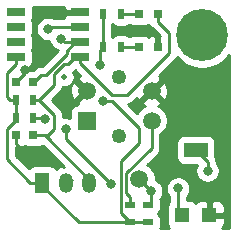
<source format=gbr>
G04 #@! TF.GenerationSoftware,KiCad,Pcbnew,(5.1.2)-1*
G04 #@! TF.CreationDate,2020-06-07T15:31:51+02:00*
G04 #@! TF.ProjectId,ir-detector,69722d64-6574-4656-9374-6f722e6b6963,rev?*
G04 #@! TF.SameCoordinates,Original*
G04 #@! TF.FileFunction,Copper,L1,Top*
G04 #@! TF.FilePolarity,Positive*
%FSLAX46Y46*%
G04 Gerber Fmt 4.6, Leading zero omitted, Abs format (unit mm)*
G04 Created by KiCad (PCBNEW (5.1.2)-1) date 2020-06-07 15:31:51*
%MOMM*%
%LPD*%
G04 APERTURE LIST*
%ADD10R,0.900000X0.500000*%
%ADD11C,4.400000*%
%ADD12C,0.700000*%
%ADD13C,1.500000*%
%ADD14R,1.200000X1.700000*%
%ADD15O,1.200000X1.700000*%
%ADD16R,1.300000X1.300000*%
%ADD17R,2.000000X1.300000*%
%ADD18R,0.500000X0.900000*%
%ADD19C,1.250000*%
%ADD20C,0.500000*%
%ADD21R,1.500000X1.500000*%
%ADD22R,1.525000X0.650000*%
%ADD23R,0.800000X0.800000*%
%ADD24R,0.800000X0.750000*%
%ADD25C,0.800000*%
%ADD26C,0.250000*%
%ADD27C,0.254000*%
G04 APERTURE END LIST*
D10*
X77436000Y-62878000D03*
X77436000Y-64378000D03*
X75936000Y-62878000D03*
X75936000Y-64378000D03*
D11*
X82042000Y-48514000D03*
D12*
X83692000Y-48514000D03*
X83208726Y-49680726D03*
X82042000Y-50164000D03*
X80875274Y-49680726D03*
X80392000Y-48514000D03*
X80875274Y-47347274D03*
X82042000Y-46864000D03*
X83208726Y-47347274D03*
D13*
X76708000Y-60706000D03*
D14*
X68500000Y-61000000D03*
D15*
X70500000Y-61000000D03*
X72500000Y-61000000D03*
D16*
X80350000Y-63750000D03*
D17*
X81500000Y-58250000D03*
D16*
X82650000Y-63750000D03*
D18*
X73672000Y-49530000D03*
X75172000Y-49530000D03*
X73672000Y-46736000D03*
X75172000Y-46736000D03*
X66250000Y-54000000D03*
X67750000Y-54000000D03*
X66250000Y-55500000D03*
X67750000Y-55500000D03*
D19*
X75000000Y-57040000D03*
X75000000Y-52050000D03*
D20*
X70350000Y-52050000D03*
D13*
X77750000Y-55770000D03*
X77750000Y-53230000D03*
X72250000Y-53230000D03*
D21*
X72250000Y-55770000D03*
D22*
X66288000Y-50405000D03*
X66288000Y-49135000D03*
X66288000Y-47865000D03*
X66288000Y-46595000D03*
X71712000Y-46595000D03*
X71712000Y-47865000D03*
X71712000Y-49135000D03*
X71712000Y-50405000D03*
D23*
X76670000Y-49530000D03*
X78270000Y-49530000D03*
X76670000Y-46736000D03*
X78270000Y-46736000D03*
D24*
X66250000Y-52500000D03*
X67750000Y-52500000D03*
X66250000Y-57000000D03*
X67750000Y-57000000D03*
D25*
X67000000Y-58500000D03*
X67000000Y-51500000D03*
X75946000Y-48006000D03*
X82500000Y-60000000D03*
X70093888Y-48814184D03*
X73660000Y-54102000D03*
X73406000Y-51054000D03*
X80000000Y-61500000D03*
X68775000Y-55637653D03*
X70500020Y-56500000D03*
X69000000Y-48000000D03*
X77724000Y-61722000D03*
X74294509Y-61103884D03*
D26*
X66250000Y-57750000D02*
X67000000Y-58500000D01*
X66250000Y-57000000D02*
X66250000Y-57750000D01*
X70750000Y-60750000D02*
X71000000Y-60750000D01*
X70500000Y-60750000D02*
X70500000Y-61000000D01*
X67000000Y-51500000D02*
X67000000Y-51750000D01*
X67000000Y-51750000D02*
X66250000Y-52500000D01*
X82500000Y-60000000D02*
X82500000Y-59250000D01*
X82500000Y-59250000D02*
X81500000Y-58250000D01*
X70414704Y-49135000D02*
X70093888Y-48814184D01*
X68400000Y-51875000D02*
X67775000Y-52500000D01*
X67775000Y-52500000D02*
X67750000Y-52500000D01*
X68832002Y-51875000D02*
X68400000Y-51875000D01*
X70575001Y-50132001D02*
X68832002Y-51875000D01*
X71712000Y-49135000D02*
X71274500Y-49135000D01*
X70575001Y-49834499D02*
X70575001Y-50132001D01*
X71274500Y-49135000D02*
X70575001Y-49834499D01*
X71712000Y-49135000D02*
X70414704Y-49135000D01*
X75172000Y-46736000D02*
X76670000Y-46736000D01*
X75172000Y-49530000D02*
X76670000Y-49530000D01*
X65524999Y-59024999D02*
X67500000Y-61000000D01*
X67500000Y-61000000D02*
X68500000Y-61000000D01*
X66250000Y-55700000D02*
X65524999Y-56425001D01*
X66250000Y-55500000D02*
X66250000Y-55700000D01*
X65524999Y-56425001D02*
X65524999Y-59024999D01*
X66250000Y-55500000D02*
X66250000Y-54000000D01*
X66250000Y-54000000D02*
X65750000Y-54000000D01*
X65750000Y-54000000D02*
X65524999Y-53774999D01*
X65524999Y-53774999D02*
X65524999Y-51743001D01*
X65524999Y-51743001D02*
X66288000Y-50980000D01*
X66288000Y-50980000D02*
X66288000Y-50405000D01*
X68500000Y-61250000D02*
X68500000Y-61000000D01*
X75936000Y-64378000D02*
X71628000Y-64378000D01*
X71628000Y-64378000D02*
X68500000Y-61250000D01*
X75936000Y-64378000D02*
X77436000Y-64378000D01*
X73672000Y-46736000D02*
X73672000Y-49530000D01*
X73406000Y-49796000D02*
X73672000Y-49530000D01*
X73406000Y-51054000D02*
X73406000Y-49796000D01*
X74422000Y-54102000D02*
X73660000Y-54102000D01*
X75936000Y-64353000D02*
X75182988Y-63599988D01*
X75936000Y-64378000D02*
X75936000Y-64353000D01*
X75182988Y-63599988D02*
X75182988Y-59183012D01*
X75182988Y-59183012D02*
X76674999Y-57691001D01*
X76674999Y-57691001D02*
X76674999Y-56354999D01*
X76674999Y-56354999D02*
X74422000Y-54102000D01*
X75936000Y-62228000D02*
X75936000Y-62878000D01*
X75632999Y-61924999D02*
X75936000Y-62228000D01*
X77750000Y-58072998D02*
X75632999Y-60189999D01*
X75632999Y-60189999D02*
X75632999Y-61924999D01*
X77750000Y-55770000D02*
X77750000Y-58072998D01*
X80000000Y-61500000D02*
X80000000Y-63400000D01*
X80000000Y-63400000D02*
X80350000Y-63750000D01*
X68637347Y-55500000D02*
X68775000Y-55637653D01*
X67750000Y-55500000D02*
X68637347Y-55500000D01*
X78250000Y-47000000D02*
X78250000Y-46800000D01*
X69500000Y-55250000D02*
X69500000Y-56500000D01*
X68250000Y-54000000D02*
X69500000Y-55250000D01*
X69500000Y-56500000D02*
X69000000Y-57000000D01*
X69000000Y-57000000D02*
X67750000Y-57000000D01*
X67750000Y-57000000D02*
X68750000Y-57000000D01*
X68750000Y-57000000D02*
X72500000Y-60750000D01*
X72500000Y-60750000D02*
X72500000Y-61000000D01*
X67750000Y-54000000D02*
X68250000Y-54000000D01*
X71712000Y-50405000D02*
X72149500Y-50405000D01*
X70363413Y-50980000D02*
X70699500Y-50980000D01*
X68250000Y-54000000D02*
X69500000Y-52750000D01*
X69500000Y-52750000D02*
X69500000Y-51843413D01*
X69500000Y-51843413D02*
X70363413Y-50980000D01*
X71274500Y-50405000D02*
X71712000Y-50405000D01*
X70699500Y-50980000D02*
X71274500Y-50405000D01*
X78270000Y-47386000D02*
X78270000Y-46736000D01*
X79248000Y-48364000D02*
X78270000Y-47386000D01*
X71712000Y-50884000D02*
X72615498Y-51787498D01*
X71712000Y-50405000D02*
X71712000Y-50884000D01*
X72615498Y-51787498D02*
X72586996Y-51816000D01*
X75692000Y-53594000D02*
X79248000Y-50038000D01*
X72586996Y-51816000D02*
X72644000Y-51816000D01*
X72644000Y-51816000D02*
X74422000Y-53594000D01*
X79248000Y-50038000D02*
X79248000Y-48364000D01*
X74422000Y-53594000D02*
X75692000Y-53594000D01*
X69135000Y-47865000D02*
X69000000Y-48000000D01*
X71712000Y-47865000D02*
X69135000Y-47865000D01*
X77724000Y-62590000D02*
X77436000Y-62878000D01*
X77724000Y-61722000D02*
X77724000Y-62590000D01*
X77724000Y-61722000D02*
X76708000Y-60706000D01*
X73894510Y-60703885D02*
X74294509Y-61103884D01*
X70500020Y-56500000D02*
X70500020Y-57309395D01*
X70500020Y-57309395D02*
X73894510Y-60703885D01*
D27*
G36*
X84340001Y-64840000D02*
G01*
X83760364Y-64840000D01*
X83830537Y-64754494D01*
X83889502Y-64644180D01*
X83925812Y-64524482D01*
X83938072Y-64400000D01*
X83935000Y-64035750D01*
X83776250Y-63877000D01*
X82777000Y-63877000D01*
X82777000Y-63897000D01*
X82523000Y-63897000D01*
X82523000Y-63877000D01*
X82503000Y-63877000D01*
X82503000Y-63623000D01*
X82523000Y-63623000D01*
X82523000Y-62623750D01*
X82777000Y-62623750D01*
X82777000Y-63623000D01*
X83776250Y-63623000D01*
X83935000Y-63464250D01*
X83938072Y-63100000D01*
X83925812Y-62975518D01*
X83889502Y-62855820D01*
X83830537Y-62745506D01*
X83751185Y-62648815D01*
X83654494Y-62569463D01*
X83544180Y-62510498D01*
X83424482Y-62474188D01*
X83300000Y-62461928D01*
X82935750Y-62465000D01*
X82777000Y-62623750D01*
X82523000Y-62623750D01*
X82364250Y-62465000D01*
X82000000Y-62461928D01*
X81875518Y-62474188D01*
X81755820Y-62510498D01*
X81645506Y-62569463D01*
X81548815Y-62648815D01*
X81500000Y-62708296D01*
X81451185Y-62648815D01*
X81354494Y-62569463D01*
X81244180Y-62510498D01*
X81124482Y-62474188D01*
X81000000Y-62461928D01*
X80760000Y-62461928D01*
X80760000Y-62203711D01*
X80803937Y-62159774D01*
X80917205Y-61990256D01*
X80995226Y-61801898D01*
X81035000Y-61601939D01*
X81035000Y-61398061D01*
X80995226Y-61198102D01*
X80917205Y-61009744D01*
X80803937Y-60840226D01*
X80659774Y-60696063D01*
X80490256Y-60582795D01*
X80301898Y-60504774D01*
X80101939Y-60465000D01*
X79898061Y-60465000D01*
X79698102Y-60504774D01*
X79509744Y-60582795D01*
X79340226Y-60696063D01*
X79196063Y-60840226D01*
X79082795Y-61009744D01*
X79004774Y-61198102D01*
X78965000Y-61398061D01*
X78965000Y-61601939D01*
X79004774Y-61801898D01*
X79082795Y-61990256D01*
X79196063Y-62159774D01*
X79240000Y-62203711D01*
X79240001Y-62659555D01*
X79169463Y-62745506D01*
X79110498Y-62855820D01*
X79074188Y-62975518D01*
X79061928Y-63100000D01*
X79061928Y-64400000D01*
X79074188Y-64524482D01*
X79110498Y-64644180D01*
X79169463Y-64754494D01*
X79239636Y-64840000D01*
X78485264Y-64840000D01*
X78511812Y-64752482D01*
X78524072Y-64628000D01*
X78524072Y-64128000D01*
X78511812Y-64003518D01*
X78475502Y-63883820D01*
X78416537Y-63773506D01*
X78337185Y-63676815D01*
X78277704Y-63628000D01*
X78337185Y-63579185D01*
X78416537Y-63482494D01*
X78475502Y-63372180D01*
X78511812Y-63252482D01*
X78524072Y-63128000D01*
X78524072Y-62628000D01*
X78511812Y-62503518D01*
X78487230Y-62422481D01*
X78527937Y-62381774D01*
X78641205Y-62212256D01*
X78719226Y-62023898D01*
X78759000Y-61823939D01*
X78759000Y-61620061D01*
X78719226Y-61420102D01*
X78641205Y-61231744D01*
X78527937Y-61062226D01*
X78383774Y-60918063D01*
X78214256Y-60804795D01*
X78093000Y-60754569D01*
X78093000Y-60569589D01*
X78039775Y-60302011D01*
X77935371Y-60049957D01*
X77783799Y-59823114D01*
X77590886Y-59630201D01*
X77397090Y-59500710D01*
X78261003Y-58636797D01*
X78290001Y-58612999D01*
X78384974Y-58497274D01*
X78455546Y-58365245D01*
X78499003Y-58221984D01*
X78510000Y-58110331D01*
X78513677Y-58072998D01*
X78510000Y-58035665D01*
X78510000Y-57600000D01*
X79861928Y-57600000D01*
X79861928Y-58900000D01*
X79874188Y-59024482D01*
X79910498Y-59144180D01*
X79969463Y-59254494D01*
X80048815Y-59351185D01*
X80145506Y-59430537D01*
X80255820Y-59489502D01*
X80375518Y-59525812D01*
X80500000Y-59538072D01*
X81571061Y-59538072D01*
X81504774Y-59698102D01*
X81465000Y-59898061D01*
X81465000Y-60101939D01*
X81504774Y-60301898D01*
X81582795Y-60490256D01*
X81696063Y-60659774D01*
X81840226Y-60803937D01*
X82009744Y-60917205D01*
X82198102Y-60995226D01*
X82398061Y-61035000D01*
X82601939Y-61035000D01*
X82801898Y-60995226D01*
X82990256Y-60917205D01*
X83159774Y-60803937D01*
X83303937Y-60659774D01*
X83417205Y-60490256D01*
X83495226Y-60301898D01*
X83535000Y-60101939D01*
X83535000Y-59898061D01*
X83495226Y-59698102D01*
X83417205Y-59509744D01*
X83303937Y-59340226D01*
X83260000Y-59296289D01*
X83260000Y-59287333D01*
X83263677Y-59250000D01*
X83249003Y-59101014D01*
X83205546Y-58957753D01*
X83138072Y-58831520D01*
X83138072Y-57600000D01*
X83125812Y-57475518D01*
X83089502Y-57355820D01*
X83030537Y-57245506D01*
X82951185Y-57148815D01*
X82854494Y-57069463D01*
X82744180Y-57010498D01*
X82624482Y-56974188D01*
X82500000Y-56961928D01*
X80500000Y-56961928D01*
X80375518Y-56974188D01*
X80255820Y-57010498D01*
X80145506Y-57069463D01*
X80048815Y-57148815D01*
X79969463Y-57245506D01*
X79910498Y-57355820D01*
X79874188Y-57475518D01*
X79861928Y-57600000D01*
X78510000Y-57600000D01*
X78510000Y-56927909D01*
X78632886Y-56845799D01*
X78825799Y-56652886D01*
X78977371Y-56426043D01*
X79081775Y-56173989D01*
X79135000Y-55906411D01*
X79135000Y-55633589D01*
X79081775Y-55366011D01*
X78977371Y-55113957D01*
X78825799Y-54887114D01*
X78632886Y-54694201D01*
X78406043Y-54542629D01*
X78306721Y-54501489D01*
X78348832Y-54486277D01*
X78461863Y-54425860D01*
X78527388Y-54186993D01*
X77750000Y-53409605D01*
X76972612Y-54186993D01*
X77038137Y-54425860D01*
X77196477Y-54500164D01*
X77093957Y-54542629D01*
X76867114Y-54694201D01*
X76674201Y-54887114D01*
X76522629Y-55113957D01*
X76518566Y-55123765D01*
X75747056Y-54352254D01*
X75840986Y-54343003D01*
X75984247Y-54299546D01*
X76116276Y-54228974D01*
X76232001Y-54134001D01*
X76255804Y-54104997D01*
X76507045Y-53853756D01*
X76554140Y-53941863D01*
X76793007Y-54007388D01*
X77570395Y-53230000D01*
X77929605Y-53230000D01*
X78706993Y-54007388D01*
X78945860Y-53941863D01*
X79061760Y-53694884D01*
X79127250Y-53430040D01*
X79139812Y-53157508D01*
X79098965Y-52887762D01*
X79006277Y-52631168D01*
X78945860Y-52518137D01*
X78706993Y-52452612D01*
X77929605Y-53230000D01*
X77570395Y-53230000D01*
X77556253Y-53215858D01*
X77735858Y-53036253D01*
X77750000Y-53050395D01*
X78527388Y-52273007D01*
X78461863Y-52034140D01*
X78369844Y-51990958D01*
X79759009Y-50601794D01*
X79788001Y-50578001D01*
X79811795Y-50549008D01*
X79811799Y-50549004D01*
X79869811Y-50478315D01*
X79882974Y-50462276D01*
X79917113Y-50398408D01*
X80234793Y-50716088D01*
X80699124Y-51026344D01*
X81215061Y-51240052D01*
X81762777Y-51349000D01*
X82321223Y-51349000D01*
X82868939Y-51240052D01*
X83384876Y-51026344D01*
X83849207Y-50716088D01*
X84244088Y-50321207D01*
X84340000Y-50177664D01*
X84340001Y-64840000D01*
X84340001Y-64840000D01*
G37*
X84340001Y-64840000D02*
X83760364Y-64840000D01*
X83830537Y-64754494D01*
X83889502Y-64644180D01*
X83925812Y-64524482D01*
X83938072Y-64400000D01*
X83935000Y-64035750D01*
X83776250Y-63877000D01*
X82777000Y-63877000D01*
X82777000Y-63897000D01*
X82523000Y-63897000D01*
X82523000Y-63877000D01*
X82503000Y-63877000D01*
X82503000Y-63623000D01*
X82523000Y-63623000D01*
X82523000Y-62623750D01*
X82777000Y-62623750D01*
X82777000Y-63623000D01*
X83776250Y-63623000D01*
X83935000Y-63464250D01*
X83938072Y-63100000D01*
X83925812Y-62975518D01*
X83889502Y-62855820D01*
X83830537Y-62745506D01*
X83751185Y-62648815D01*
X83654494Y-62569463D01*
X83544180Y-62510498D01*
X83424482Y-62474188D01*
X83300000Y-62461928D01*
X82935750Y-62465000D01*
X82777000Y-62623750D01*
X82523000Y-62623750D01*
X82364250Y-62465000D01*
X82000000Y-62461928D01*
X81875518Y-62474188D01*
X81755820Y-62510498D01*
X81645506Y-62569463D01*
X81548815Y-62648815D01*
X81500000Y-62708296D01*
X81451185Y-62648815D01*
X81354494Y-62569463D01*
X81244180Y-62510498D01*
X81124482Y-62474188D01*
X81000000Y-62461928D01*
X80760000Y-62461928D01*
X80760000Y-62203711D01*
X80803937Y-62159774D01*
X80917205Y-61990256D01*
X80995226Y-61801898D01*
X81035000Y-61601939D01*
X81035000Y-61398061D01*
X80995226Y-61198102D01*
X80917205Y-61009744D01*
X80803937Y-60840226D01*
X80659774Y-60696063D01*
X80490256Y-60582795D01*
X80301898Y-60504774D01*
X80101939Y-60465000D01*
X79898061Y-60465000D01*
X79698102Y-60504774D01*
X79509744Y-60582795D01*
X79340226Y-60696063D01*
X79196063Y-60840226D01*
X79082795Y-61009744D01*
X79004774Y-61198102D01*
X78965000Y-61398061D01*
X78965000Y-61601939D01*
X79004774Y-61801898D01*
X79082795Y-61990256D01*
X79196063Y-62159774D01*
X79240000Y-62203711D01*
X79240001Y-62659555D01*
X79169463Y-62745506D01*
X79110498Y-62855820D01*
X79074188Y-62975518D01*
X79061928Y-63100000D01*
X79061928Y-64400000D01*
X79074188Y-64524482D01*
X79110498Y-64644180D01*
X79169463Y-64754494D01*
X79239636Y-64840000D01*
X78485264Y-64840000D01*
X78511812Y-64752482D01*
X78524072Y-64628000D01*
X78524072Y-64128000D01*
X78511812Y-64003518D01*
X78475502Y-63883820D01*
X78416537Y-63773506D01*
X78337185Y-63676815D01*
X78277704Y-63628000D01*
X78337185Y-63579185D01*
X78416537Y-63482494D01*
X78475502Y-63372180D01*
X78511812Y-63252482D01*
X78524072Y-63128000D01*
X78524072Y-62628000D01*
X78511812Y-62503518D01*
X78487230Y-62422481D01*
X78527937Y-62381774D01*
X78641205Y-62212256D01*
X78719226Y-62023898D01*
X78759000Y-61823939D01*
X78759000Y-61620061D01*
X78719226Y-61420102D01*
X78641205Y-61231744D01*
X78527937Y-61062226D01*
X78383774Y-60918063D01*
X78214256Y-60804795D01*
X78093000Y-60754569D01*
X78093000Y-60569589D01*
X78039775Y-60302011D01*
X77935371Y-60049957D01*
X77783799Y-59823114D01*
X77590886Y-59630201D01*
X77397090Y-59500710D01*
X78261003Y-58636797D01*
X78290001Y-58612999D01*
X78384974Y-58497274D01*
X78455546Y-58365245D01*
X78499003Y-58221984D01*
X78510000Y-58110331D01*
X78513677Y-58072998D01*
X78510000Y-58035665D01*
X78510000Y-57600000D01*
X79861928Y-57600000D01*
X79861928Y-58900000D01*
X79874188Y-59024482D01*
X79910498Y-59144180D01*
X79969463Y-59254494D01*
X80048815Y-59351185D01*
X80145506Y-59430537D01*
X80255820Y-59489502D01*
X80375518Y-59525812D01*
X80500000Y-59538072D01*
X81571061Y-59538072D01*
X81504774Y-59698102D01*
X81465000Y-59898061D01*
X81465000Y-60101939D01*
X81504774Y-60301898D01*
X81582795Y-60490256D01*
X81696063Y-60659774D01*
X81840226Y-60803937D01*
X82009744Y-60917205D01*
X82198102Y-60995226D01*
X82398061Y-61035000D01*
X82601939Y-61035000D01*
X82801898Y-60995226D01*
X82990256Y-60917205D01*
X83159774Y-60803937D01*
X83303937Y-60659774D01*
X83417205Y-60490256D01*
X83495226Y-60301898D01*
X83535000Y-60101939D01*
X83535000Y-59898061D01*
X83495226Y-59698102D01*
X83417205Y-59509744D01*
X83303937Y-59340226D01*
X83260000Y-59296289D01*
X83260000Y-59287333D01*
X83263677Y-59250000D01*
X83249003Y-59101014D01*
X83205546Y-58957753D01*
X83138072Y-58831520D01*
X83138072Y-57600000D01*
X83125812Y-57475518D01*
X83089502Y-57355820D01*
X83030537Y-57245506D01*
X82951185Y-57148815D01*
X82854494Y-57069463D01*
X82744180Y-57010498D01*
X82624482Y-56974188D01*
X82500000Y-56961928D01*
X80500000Y-56961928D01*
X80375518Y-56974188D01*
X80255820Y-57010498D01*
X80145506Y-57069463D01*
X80048815Y-57148815D01*
X79969463Y-57245506D01*
X79910498Y-57355820D01*
X79874188Y-57475518D01*
X79861928Y-57600000D01*
X78510000Y-57600000D01*
X78510000Y-56927909D01*
X78632886Y-56845799D01*
X78825799Y-56652886D01*
X78977371Y-56426043D01*
X79081775Y-56173989D01*
X79135000Y-55906411D01*
X79135000Y-55633589D01*
X79081775Y-55366011D01*
X78977371Y-55113957D01*
X78825799Y-54887114D01*
X78632886Y-54694201D01*
X78406043Y-54542629D01*
X78306721Y-54501489D01*
X78348832Y-54486277D01*
X78461863Y-54425860D01*
X78527388Y-54186993D01*
X77750000Y-53409605D01*
X76972612Y-54186993D01*
X77038137Y-54425860D01*
X77196477Y-54500164D01*
X77093957Y-54542629D01*
X76867114Y-54694201D01*
X76674201Y-54887114D01*
X76522629Y-55113957D01*
X76518566Y-55123765D01*
X75747056Y-54352254D01*
X75840986Y-54343003D01*
X75984247Y-54299546D01*
X76116276Y-54228974D01*
X76232001Y-54134001D01*
X76255804Y-54104997D01*
X76507045Y-53853756D01*
X76554140Y-53941863D01*
X76793007Y-54007388D01*
X77570395Y-53230000D01*
X77929605Y-53230000D01*
X78706993Y-54007388D01*
X78945860Y-53941863D01*
X79061760Y-53694884D01*
X79127250Y-53430040D01*
X79139812Y-53157508D01*
X79098965Y-52887762D01*
X79006277Y-52631168D01*
X78945860Y-52518137D01*
X78706993Y-52452612D01*
X77929605Y-53230000D01*
X77570395Y-53230000D01*
X77556253Y-53215858D01*
X77735858Y-53036253D01*
X77750000Y-53050395D01*
X78527388Y-52273007D01*
X78461863Y-52034140D01*
X78369844Y-51990958D01*
X79759009Y-50601794D01*
X79788001Y-50578001D01*
X79811795Y-50549008D01*
X79811799Y-50549004D01*
X79869811Y-50478315D01*
X79882974Y-50462276D01*
X79917113Y-50398408D01*
X80234793Y-50716088D01*
X80699124Y-51026344D01*
X81215061Y-51240052D01*
X81762777Y-51349000D01*
X82321223Y-51349000D01*
X82868939Y-51240052D01*
X83384876Y-51026344D01*
X83849207Y-50716088D01*
X84244088Y-50321207D01*
X84340000Y-50177664D01*
X84340001Y-64840000D01*
G36*
X70627000Y-60873000D02*
G01*
X70647000Y-60873000D01*
X70647000Y-61127000D01*
X70627000Y-61127000D01*
X70627000Y-61147000D01*
X70373000Y-61147000D01*
X70373000Y-61127000D01*
X70353000Y-61127000D01*
X70353000Y-60873000D01*
X70373000Y-60873000D01*
X70373000Y-60853000D01*
X70627000Y-60853000D01*
X70627000Y-60873000D01*
X70627000Y-60873000D01*
G37*
X70627000Y-60873000D02*
X70647000Y-60873000D01*
X70647000Y-61127000D01*
X70627000Y-61127000D01*
X70627000Y-61147000D01*
X70373000Y-61147000D01*
X70373000Y-61127000D01*
X70353000Y-61127000D01*
X70353000Y-60873000D01*
X70373000Y-60873000D01*
X70373000Y-60853000D01*
X70627000Y-60853000D01*
X70627000Y-60873000D01*
G36*
X66535750Y-58010000D02*
G01*
X66650000Y-58013072D01*
X66774482Y-58000812D01*
X66894180Y-57964502D01*
X67000000Y-57907939D01*
X67105820Y-57964502D01*
X67225518Y-58000812D01*
X67350000Y-58013072D01*
X68150000Y-58013072D01*
X68274482Y-58000812D01*
X68394180Y-57964502D01*
X68504494Y-57905537D01*
X68546370Y-57871171D01*
X70325165Y-59649967D01*
X70182391Y-59556538D01*
X70090623Y-59571708D01*
X69868616Y-59674214D01*
X69670872Y-59818062D01*
X69652962Y-59837460D01*
X69630537Y-59795506D01*
X69551185Y-59698815D01*
X69454494Y-59619463D01*
X69344180Y-59560498D01*
X69224482Y-59524188D01*
X69100000Y-59511928D01*
X67900000Y-59511928D01*
X67775518Y-59524188D01*
X67655820Y-59560498D01*
X67545506Y-59619463D01*
X67448815Y-59698815D01*
X67369844Y-59795042D01*
X66284999Y-58710198D01*
X66284999Y-58010000D01*
X66377002Y-58010000D01*
X66377002Y-57851252D01*
X66535750Y-58010000D01*
X66535750Y-58010000D01*
G37*
X66535750Y-58010000D02*
X66650000Y-58013072D01*
X66774482Y-58000812D01*
X66894180Y-57964502D01*
X67000000Y-57907939D01*
X67105820Y-57964502D01*
X67225518Y-58000812D01*
X67350000Y-58013072D01*
X68150000Y-58013072D01*
X68274482Y-58000812D01*
X68394180Y-57964502D01*
X68504494Y-57905537D01*
X68546370Y-57871171D01*
X70325165Y-59649967D01*
X70182391Y-59556538D01*
X70090623Y-59571708D01*
X69868616Y-59674214D01*
X69670872Y-59818062D01*
X69652962Y-59837460D01*
X69630537Y-59795506D01*
X69551185Y-59698815D01*
X69454494Y-59619463D01*
X69344180Y-59560498D01*
X69224482Y-59524188D01*
X69100000Y-59511928D01*
X67900000Y-59511928D01*
X67775518Y-59524188D01*
X67655820Y-59560498D01*
X67545506Y-59619463D01*
X67448815Y-59698815D01*
X67369844Y-59795042D01*
X66284999Y-58710198D01*
X66284999Y-58010000D01*
X66377002Y-58010000D01*
X66377002Y-57851252D01*
X66535750Y-58010000D01*
G36*
X66377000Y-56873000D02*
G01*
X66397000Y-56873000D01*
X66397000Y-57127000D01*
X66377000Y-57127000D01*
X66377000Y-57147000D01*
X66284999Y-57147000D01*
X66284999Y-56853000D01*
X66377000Y-56853000D01*
X66377000Y-56873000D01*
X66377000Y-56873000D01*
G37*
X66377000Y-56873000D02*
X66397000Y-56873000D01*
X66397000Y-57127000D01*
X66377000Y-57127000D01*
X66377000Y-57147000D01*
X66284999Y-57147000D01*
X66284999Y-56853000D01*
X66377000Y-56853000D01*
X66377000Y-56873000D01*
G36*
X71706819Y-51953621D02*
G01*
X71651168Y-51973723D01*
X71538137Y-52034140D01*
X71472612Y-52273007D01*
X72250000Y-53050395D01*
X72264143Y-53036253D01*
X72443748Y-53215858D01*
X72429605Y-53230000D01*
X72443748Y-53244143D01*
X72264143Y-53423748D01*
X72250000Y-53409605D01*
X71472612Y-54186993D01*
X71526086Y-54381928D01*
X71500000Y-54381928D01*
X71375518Y-54394188D01*
X71255820Y-54430498D01*
X71145506Y-54489463D01*
X71048815Y-54568815D01*
X70969463Y-54665506D01*
X70910498Y-54775820D01*
X70874188Y-54895518D01*
X70861928Y-55020000D01*
X70861928Y-55529631D01*
X70801918Y-55504774D01*
X70601959Y-55465000D01*
X70398081Y-55465000D01*
X70260000Y-55492466D01*
X70260000Y-55287323D01*
X70263676Y-55250000D01*
X70260000Y-55212677D01*
X70260000Y-55212667D01*
X70249003Y-55101014D01*
X70205546Y-54957753D01*
X70188316Y-54925518D01*
X70134974Y-54825723D01*
X70063799Y-54738997D01*
X70040001Y-54709999D01*
X70011004Y-54686202D01*
X69324801Y-54000000D01*
X70011004Y-53313798D01*
X70040001Y-53290001D01*
X70084053Y-53236324D01*
X70134974Y-53174277D01*
X70205546Y-53042247D01*
X70209273Y-53029960D01*
X70239487Y-52930356D01*
X70262835Y-52935000D01*
X70437165Y-52935000D01*
X70608145Y-52900990D01*
X70769205Y-52834277D01*
X70914155Y-52737424D01*
X70984021Y-52667558D01*
X70938240Y-52765116D01*
X70872750Y-53029960D01*
X70860188Y-53302492D01*
X70901035Y-53572238D01*
X70993723Y-53828832D01*
X71054140Y-53941863D01*
X71293007Y-54007388D01*
X72070395Y-53230000D01*
X71293007Y-52452612D01*
X71112229Y-52502202D01*
X71134277Y-52469205D01*
X71200990Y-52308145D01*
X71235000Y-52137165D01*
X71235000Y-51962835D01*
X71200990Y-51791855D01*
X71134277Y-51630795D01*
X71123724Y-51615002D01*
X71123776Y-51614974D01*
X71239501Y-51520001D01*
X71254691Y-51501492D01*
X71706819Y-51953621D01*
X71706819Y-51953621D01*
G37*
X71706819Y-51953621D02*
X71651168Y-51973723D01*
X71538137Y-52034140D01*
X71472612Y-52273007D01*
X72250000Y-53050395D01*
X72264143Y-53036253D01*
X72443748Y-53215858D01*
X72429605Y-53230000D01*
X72443748Y-53244143D01*
X72264143Y-53423748D01*
X72250000Y-53409605D01*
X71472612Y-54186993D01*
X71526086Y-54381928D01*
X71500000Y-54381928D01*
X71375518Y-54394188D01*
X71255820Y-54430498D01*
X71145506Y-54489463D01*
X71048815Y-54568815D01*
X70969463Y-54665506D01*
X70910498Y-54775820D01*
X70874188Y-54895518D01*
X70861928Y-55020000D01*
X70861928Y-55529631D01*
X70801918Y-55504774D01*
X70601959Y-55465000D01*
X70398081Y-55465000D01*
X70260000Y-55492466D01*
X70260000Y-55287323D01*
X70263676Y-55250000D01*
X70260000Y-55212677D01*
X70260000Y-55212667D01*
X70249003Y-55101014D01*
X70205546Y-54957753D01*
X70188316Y-54925518D01*
X70134974Y-54825723D01*
X70063799Y-54738997D01*
X70040001Y-54709999D01*
X70011004Y-54686202D01*
X69324801Y-54000000D01*
X70011004Y-53313798D01*
X70040001Y-53290001D01*
X70084053Y-53236324D01*
X70134974Y-53174277D01*
X70205546Y-53042247D01*
X70209273Y-53029960D01*
X70239487Y-52930356D01*
X70262835Y-52935000D01*
X70437165Y-52935000D01*
X70608145Y-52900990D01*
X70769205Y-52834277D01*
X70914155Y-52737424D01*
X70984021Y-52667558D01*
X70938240Y-52765116D01*
X70872750Y-53029960D01*
X70860188Y-53302492D01*
X70901035Y-53572238D01*
X70993723Y-53828832D01*
X71054140Y-53941863D01*
X71293007Y-54007388D01*
X72070395Y-53230000D01*
X71293007Y-52452612D01*
X71112229Y-52502202D01*
X71134277Y-52469205D01*
X71200990Y-52308145D01*
X71235000Y-52137165D01*
X71235000Y-51962835D01*
X71200990Y-51791855D01*
X71134277Y-51630795D01*
X71123724Y-51615002D01*
X71123776Y-51614974D01*
X71239501Y-51520001D01*
X71254691Y-51501492D01*
X71706819Y-51953621D01*
G36*
X66377000Y-52373000D02*
G01*
X66397000Y-52373000D01*
X66397000Y-52627000D01*
X66377000Y-52627000D01*
X66377000Y-52647000D01*
X66284999Y-52647000D01*
X66284999Y-52353000D01*
X66377000Y-52353000D01*
X66377000Y-52373000D01*
X66377000Y-52373000D01*
G37*
X66377000Y-52373000D02*
X66397000Y-52373000D01*
X66397000Y-52627000D01*
X66377000Y-52627000D01*
X66377000Y-52647000D01*
X66284999Y-52647000D01*
X66284999Y-52353000D01*
X66377000Y-52353000D01*
X66377000Y-52373000D01*
G36*
X70311428Y-46270000D02*
G01*
X70314500Y-46309250D01*
X70473250Y-46468000D01*
X71585000Y-46468000D01*
X71585000Y-46448000D01*
X71839000Y-46448000D01*
X71839000Y-46468000D01*
X71859000Y-46468000D01*
X71859000Y-46722000D01*
X71839000Y-46722000D01*
X71839000Y-46742000D01*
X71585000Y-46742000D01*
X71585000Y-46722000D01*
X70473250Y-46722000D01*
X70314500Y-46880750D01*
X70311428Y-46920000D01*
X70323688Y-47044482D01*
X70342046Y-47105000D01*
X69523488Y-47105000D01*
X69490256Y-47082795D01*
X69301898Y-47004774D01*
X69101939Y-46965000D01*
X68898061Y-46965000D01*
X68698102Y-47004774D01*
X68509744Y-47082795D01*
X68340226Y-47196063D01*
X68196063Y-47340226D01*
X68082795Y-47509744D01*
X68004774Y-47698102D01*
X67965000Y-47898061D01*
X67965000Y-48101939D01*
X68004774Y-48301898D01*
X68082795Y-48490256D01*
X68196063Y-48659774D01*
X68340226Y-48803937D01*
X68509744Y-48917205D01*
X68698102Y-48995226D01*
X68898061Y-49035000D01*
X69082534Y-49035000D01*
X69098662Y-49116082D01*
X69176683Y-49304440D01*
X69289951Y-49473958D01*
X69434114Y-49618121D01*
X69603632Y-49731389D01*
X69791990Y-49809410D01*
X69813377Y-49813664D01*
X69812813Y-49819387D01*
X68517201Y-51115000D01*
X68437322Y-51115000D01*
X68399999Y-51111324D01*
X68362676Y-51115000D01*
X68362667Y-51115000D01*
X68251014Y-51125997D01*
X68107753Y-51169454D01*
X67975724Y-51240026D01*
X67967474Y-51246797D01*
X67888996Y-51311201D01*
X67888992Y-51311205D01*
X67859999Y-51334999D01*
X67836205Y-51363992D01*
X67713270Y-51486928D01*
X67350000Y-51486928D01*
X67225518Y-51499188D01*
X67105820Y-51535498D01*
X67000000Y-51592061D01*
X66894180Y-51535498D01*
X66831009Y-51516335D01*
X66922974Y-51404276D01*
X66942326Y-51368072D01*
X67050500Y-51368072D01*
X67174982Y-51355812D01*
X67294680Y-51319502D01*
X67404994Y-51260537D01*
X67501685Y-51181185D01*
X67581037Y-51084494D01*
X67640002Y-50974180D01*
X67676312Y-50854482D01*
X67688572Y-50730000D01*
X67688572Y-50080000D01*
X67676312Y-49955518D01*
X67640002Y-49835820D01*
X67604820Y-49770000D01*
X67640002Y-49704180D01*
X67676312Y-49584482D01*
X67688572Y-49460000D01*
X67688572Y-48810000D01*
X67676312Y-48685518D01*
X67640002Y-48565820D01*
X67604820Y-48500000D01*
X67640002Y-48434180D01*
X67676312Y-48314482D01*
X67688572Y-48190000D01*
X67688572Y-47540000D01*
X67676312Y-47415518D01*
X67640002Y-47295820D01*
X67604820Y-47230000D01*
X67640002Y-47164180D01*
X67676312Y-47044482D01*
X67688572Y-46920000D01*
X67688572Y-46270000D01*
X67677738Y-46160000D01*
X70322262Y-46160000D01*
X70311428Y-46270000D01*
X70311428Y-46270000D01*
G37*
X70311428Y-46270000D02*
X70314500Y-46309250D01*
X70473250Y-46468000D01*
X71585000Y-46468000D01*
X71585000Y-46448000D01*
X71839000Y-46448000D01*
X71839000Y-46468000D01*
X71859000Y-46468000D01*
X71859000Y-46722000D01*
X71839000Y-46722000D01*
X71839000Y-46742000D01*
X71585000Y-46742000D01*
X71585000Y-46722000D01*
X70473250Y-46722000D01*
X70314500Y-46880750D01*
X70311428Y-46920000D01*
X70323688Y-47044482D01*
X70342046Y-47105000D01*
X69523488Y-47105000D01*
X69490256Y-47082795D01*
X69301898Y-47004774D01*
X69101939Y-46965000D01*
X68898061Y-46965000D01*
X68698102Y-47004774D01*
X68509744Y-47082795D01*
X68340226Y-47196063D01*
X68196063Y-47340226D01*
X68082795Y-47509744D01*
X68004774Y-47698102D01*
X67965000Y-47898061D01*
X67965000Y-48101939D01*
X68004774Y-48301898D01*
X68082795Y-48490256D01*
X68196063Y-48659774D01*
X68340226Y-48803937D01*
X68509744Y-48917205D01*
X68698102Y-48995226D01*
X68898061Y-49035000D01*
X69082534Y-49035000D01*
X69098662Y-49116082D01*
X69176683Y-49304440D01*
X69289951Y-49473958D01*
X69434114Y-49618121D01*
X69603632Y-49731389D01*
X69791990Y-49809410D01*
X69813377Y-49813664D01*
X69812813Y-49819387D01*
X68517201Y-51115000D01*
X68437322Y-51115000D01*
X68399999Y-51111324D01*
X68362676Y-51115000D01*
X68362667Y-51115000D01*
X68251014Y-51125997D01*
X68107753Y-51169454D01*
X67975724Y-51240026D01*
X67967474Y-51246797D01*
X67888996Y-51311201D01*
X67888992Y-51311205D01*
X67859999Y-51334999D01*
X67836205Y-51363992D01*
X67713270Y-51486928D01*
X67350000Y-51486928D01*
X67225518Y-51499188D01*
X67105820Y-51535498D01*
X67000000Y-51592061D01*
X66894180Y-51535498D01*
X66831009Y-51516335D01*
X66922974Y-51404276D01*
X66942326Y-51368072D01*
X67050500Y-51368072D01*
X67174982Y-51355812D01*
X67294680Y-51319502D01*
X67404994Y-51260537D01*
X67501685Y-51181185D01*
X67581037Y-51084494D01*
X67640002Y-50974180D01*
X67676312Y-50854482D01*
X67688572Y-50730000D01*
X67688572Y-50080000D01*
X67676312Y-49955518D01*
X67640002Y-49835820D01*
X67604820Y-49770000D01*
X67640002Y-49704180D01*
X67676312Y-49584482D01*
X67688572Y-49460000D01*
X67688572Y-48810000D01*
X67676312Y-48685518D01*
X67640002Y-48565820D01*
X67604820Y-48500000D01*
X67640002Y-48434180D01*
X67676312Y-48314482D01*
X67688572Y-48190000D01*
X67688572Y-47540000D01*
X67676312Y-47415518D01*
X67640002Y-47295820D01*
X67604820Y-47230000D01*
X67640002Y-47164180D01*
X67676312Y-47044482D01*
X67688572Y-46920000D01*
X67688572Y-46270000D01*
X67677738Y-46160000D01*
X70322262Y-46160000D01*
X70311428Y-46270000D01*
G36*
X74470815Y-47637185D02*
G01*
X74567506Y-47716537D01*
X74677820Y-47775502D01*
X74797518Y-47811812D01*
X74922000Y-47824072D01*
X75422000Y-47824072D01*
X75546482Y-47811812D01*
X75666180Y-47775502D01*
X75776494Y-47716537D01*
X75873185Y-47637185D01*
X75875823Y-47633970D01*
X75915506Y-47666537D01*
X76025820Y-47725502D01*
X76145518Y-47761812D01*
X76270000Y-47774072D01*
X77070000Y-47774072D01*
X77194482Y-47761812D01*
X77314180Y-47725502D01*
X77424494Y-47666537D01*
X77470000Y-47629191D01*
X77515506Y-47666537D01*
X77575271Y-47698482D01*
X77635026Y-47810276D01*
X77666806Y-47849000D01*
X77729999Y-47926001D01*
X77759002Y-47949804D01*
X78429974Y-48620776D01*
X78397000Y-48653750D01*
X78397000Y-49403000D01*
X78417000Y-49403000D01*
X78417000Y-49657000D01*
X78397000Y-49657000D01*
X78397000Y-49677000D01*
X78143000Y-49677000D01*
X78143000Y-49657000D01*
X78123000Y-49657000D01*
X78123000Y-49403000D01*
X78143000Y-49403000D01*
X78143000Y-48653750D01*
X77984250Y-48495000D01*
X77870000Y-48491928D01*
X77745518Y-48504188D01*
X77625820Y-48540498D01*
X77515506Y-48599463D01*
X77470000Y-48636809D01*
X77424494Y-48599463D01*
X77314180Y-48540498D01*
X77194482Y-48504188D01*
X77070000Y-48491928D01*
X76270000Y-48491928D01*
X76145518Y-48504188D01*
X76025820Y-48540498D01*
X75915506Y-48599463D01*
X75875823Y-48632030D01*
X75873185Y-48628815D01*
X75776494Y-48549463D01*
X75666180Y-48490498D01*
X75546482Y-48454188D01*
X75422000Y-48441928D01*
X74922000Y-48441928D01*
X74797518Y-48454188D01*
X74677820Y-48490498D01*
X74567506Y-48549463D01*
X74470815Y-48628815D01*
X74432000Y-48676111D01*
X74432000Y-47589889D01*
X74470815Y-47637185D01*
X74470815Y-47637185D01*
G37*
X74470815Y-47637185D02*
X74567506Y-47716537D01*
X74677820Y-47775502D01*
X74797518Y-47811812D01*
X74922000Y-47824072D01*
X75422000Y-47824072D01*
X75546482Y-47811812D01*
X75666180Y-47775502D01*
X75776494Y-47716537D01*
X75873185Y-47637185D01*
X75875823Y-47633970D01*
X75915506Y-47666537D01*
X76025820Y-47725502D01*
X76145518Y-47761812D01*
X76270000Y-47774072D01*
X77070000Y-47774072D01*
X77194482Y-47761812D01*
X77314180Y-47725502D01*
X77424494Y-47666537D01*
X77470000Y-47629191D01*
X77515506Y-47666537D01*
X77575271Y-47698482D01*
X77635026Y-47810276D01*
X77666806Y-47849000D01*
X77729999Y-47926001D01*
X77759002Y-47949804D01*
X78429974Y-48620776D01*
X78397000Y-48653750D01*
X78397000Y-49403000D01*
X78417000Y-49403000D01*
X78417000Y-49657000D01*
X78397000Y-49657000D01*
X78397000Y-49677000D01*
X78143000Y-49677000D01*
X78143000Y-49657000D01*
X78123000Y-49657000D01*
X78123000Y-49403000D01*
X78143000Y-49403000D01*
X78143000Y-48653750D01*
X77984250Y-48495000D01*
X77870000Y-48491928D01*
X77745518Y-48504188D01*
X77625820Y-48540498D01*
X77515506Y-48599463D01*
X77470000Y-48636809D01*
X77424494Y-48599463D01*
X77314180Y-48540498D01*
X77194482Y-48504188D01*
X77070000Y-48491928D01*
X76270000Y-48491928D01*
X76145518Y-48504188D01*
X76025820Y-48540498D01*
X75915506Y-48599463D01*
X75875823Y-48632030D01*
X75873185Y-48628815D01*
X75776494Y-48549463D01*
X75666180Y-48490498D01*
X75546482Y-48454188D01*
X75422000Y-48441928D01*
X74922000Y-48441928D01*
X74797518Y-48454188D01*
X74677820Y-48490498D01*
X74567506Y-48549463D01*
X74470815Y-48628815D01*
X74432000Y-48676111D01*
X74432000Y-47589889D01*
X74470815Y-47637185D01*
M02*

</source>
